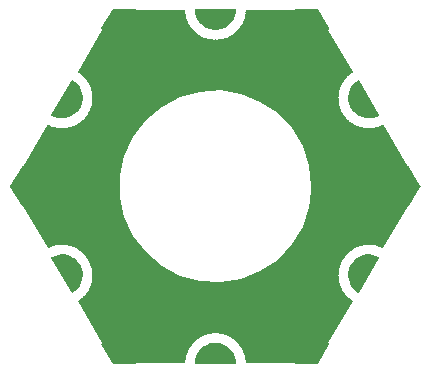
<source format=gbr>
G04 EAGLE Gerber X2 export*
%TF.Part,Single*%
%TF.FileFunction,Copper,L1,Top,Mixed*%
%TF.FilePolarity,Positive*%
%TF.GenerationSoftware,Autodesk,EAGLE,8.7.1*%
%TF.CreationDate,2018-07-15T20:11:00Z*%
G75*
%MOMM*%
%FSLAX34Y34*%
%LPD*%
%AMOC8*
5,1,8,0,0,1.08239X$1,22.5*%
G01*
%ADD10C,1.000000*%

G36*
X278630Y195708D02*
X278630Y195708D01*
X278658Y195706D01*
X278726Y195728D01*
X278797Y195742D01*
X278820Y195758D01*
X278847Y195767D01*
X278902Y195814D01*
X278961Y195855D01*
X278976Y195879D01*
X278998Y195897D01*
X279029Y195962D01*
X279068Y196022D01*
X279073Y196050D01*
X279085Y196076D01*
X279094Y196177D01*
X279101Y196219D01*
X279099Y196229D01*
X279100Y196242D01*
X279043Y196957D01*
X320561Y196957D01*
X320573Y196967D01*
X320572Y196968D01*
X320573Y196969D01*
X320573Y197918D01*
X320713Y198257D01*
X320713Y198259D01*
X320714Y198260D01*
X320753Y198729D01*
X320752Y198731D01*
X320753Y198732D01*
X320648Y199454D01*
X320893Y200424D01*
X320893Y200426D01*
X320894Y200426D01*
X320976Y201423D01*
X321310Y202072D01*
X321310Y202074D01*
X321311Y202075D01*
X321516Y202884D01*
X321515Y202886D01*
X321517Y202887D01*
X321532Y203616D01*
X321934Y204532D01*
X321933Y204534D01*
X321934Y204534D01*
X322180Y205504D01*
X322616Y206089D01*
X322616Y206091D01*
X322617Y206091D01*
X322953Y206856D01*
X322952Y206858D01*
X322954Y206858D01*
X323089Y207576D01*
X323636Y208413D01*
X323636Y208415D01*
X323637Y208415D01*
X324038Y209331D01*
X324565Y209836D01*
X324565Y209838D01*
X324567Y209838D01*
X325023Y210537D01*
X325023Y210539D01*
X325025Y210540D01*
X325276Y211225D01*
X325953Y211961D01*
X325953Y211962D01*
X325955Y211962D01*
X326502Y212800D01*
X327104Y213212D01*
X327105Y213214D01*
X327106Y213213D01*
X327672Y213828D01*
X327672Y213829D01*
X327673Y213830D01*
X328034Y214464D01*
X328823Y215079D01*
X328824Y215080D01*
X328825Y215080D01*
X329502Y215816D01*
X330164Y216123D01*
X330165Y216125D01*
X330167Y216124D01*
X330826Y216637D01*
X330826Y216639D01*
X330827Y216639D01*
X331288Y217206D01*
X332167Y217682D01*
X332168Y217683D01*
X332169Y217683D01*
X332958Y218297D01*
X333662Y218491D01*
X333663Y218493D01*
X333665Y218492D01*
X334399Y218889D01*
X334399Y218891D01*
X334401Y218891D01*
X334948Y219374D01*
X335894Y219699D01*
X335895Y219700D01*
X335896Y219700D01*
X336776Y220176D01*
X337502Y220251D01*
X337503Y220252D01*
X337505Y220252D01*
X338294Y220523D01*
X338295Y220524D01*
X338296Y220524D01*
X338916Y220910D01*
X339902Y221075D01*
X339903Y221076D01*
X339904Y221075D01*
X340850Y221400D01*
X341579Y221355D01*
X341580Y221356D01*
X341582Y221355D01*
X342405Y221493D01*
X342406Y221494D01*
X342408Y221493D01*
X343082Y221773D01*
X344082Y221773D01*
X344083Y221774D01*
X344084Y221773D01*
X345071Y221937D01*
X345782Y221773D01*
X345784Y221774D01*
X345785Y221773D01*
X346619Y221773D01*
X346621Y221774D01*
X346622Y221773D01*
X347333Y221937D01*
X348320Y221773D01*
X348321Y221774D01*
X348322Y221773D01*
X349322Y221773D01*
X349996Y221493D01*
X349998Y221494D01*
X349999Y221493D01*
X350822Y221355D01*
X350824Y221356D01*
X350825Y221355D01*
X351554Y221400D01*
X352500Y221075D01*
X352501Y221076D01*
X352502Y221075D01*
X353488Y220910D01*
X354108Y220524D01*
X354109Y220524D01*
X354110Y220523D01*
X354899Y220252D01*
X354901Y220252D01*
X354902Y220251D01*
X355628Y220176D01*
X356508Y219700D01*
X356509Y219700D01*
X356510Y219699D01*
X357456Y219374D01*
X358003Y218891D01*
X358005Y218891D01*
X358005Y218889D01*
X358739Y218492D01*
X358741Y218492D01*
X358742Y218491D01*
X359446Y218297D01*
X360235Y217683D01*
X360236Y217683D01*
X360237Y217682D01*
X361116Y217206D01*
X361577Y216639D01*
X361578Y216639D01*
X361578Y216637D01*
X362237Y216124D01*
X362239Y216125D01*
X362240Y216123D01*
X362902Y215816D01*
X363579Y215080D01*
X363581Y215080D01*
X363581Y215079D01*
X364370Y214464D01*
X364731Y213830D01*
X364732Y213829D01*
X364732Y213828D01*
X365298Y213213D01*
X365299Y213213D01*
X365300Y213212D01*
X365902Y212800D01*
X366449Y211962D01*
X366451Y211962D01*
X366451Y211961D01*
X367128Y211225D01*
X367379Y210540D01*
X367381Y210539D01*
X367381Y210537D01*
X367837Y209838D01*
X367839Y209838D01*
X367839Y209836D01*
X368366Y209331D01*
X368767Y208415D01*
X368769Y208414D01*
X368768Y208413D01*
X369315Y207576D01*
X369450Y206858D01*
X369452Y206857D01*
X369451Y206856D01*
X369787Y206091D01*
X369788Y206091D01*
X369788Y206089D01*
X370224Y205504D01*
X370470Y204534D01*
X370471Y204533D01*
X370470Y204532D01*
X370872Y203616D01*
X370887Y202887D01*
X370889Y202885D01*
X370888Y202884D01*
X371093Y202075D01*
X371094Y202073D01*
X371094Y202072D01*
X371428Y201423D01*
X371510Y200426D01*
X371511Y200425D01*
X371511Y200424D01*
X371756Y199454D01*
X371651Y198732D01*
X371652Y198731D01*
X371651Y198729D01*
X371690Y198260D01*
X371692Y198258D01*
X371691Y198257D01*
X371831Y197918D01*
X371831Y196969D01*
X371841Y196957D01*
X371842Y196958D01*
X371843Y196957D01*
X413361Y196957D01*
X413304Y196242D01*
X413308Y196213D01*
X413303Y196185D01*
X413320Y196116D01*
X413328Y196044D01*
X413343Y196020D01*
X413349Y195992D01*
X413392Y195934D01*
X413428Y195872D01*
X413450Y195855D01*
X413467Y195832D01*
X413529Y195795D01*
X413586Y195752D01*
X413614Y195745D01*
X413638Y195730D01*
X413738Y195714D01*
X413779Y195703D01*
X413789Y195705D01*
X413802Y195703D01*
X432802Y195703D01*
X432878Y195718D01*
X432956Y195727D01*
X432975Y195738D01*
X432997Y195742D01*
X433061Y195786D01*
X433129Y195825D01*
X433145Y195844D01*
X433161Y195855D01*
X433185Y195893D01*
X433235Y195953D01*
X442735Y212453D01*
X442744Y212480D01*
X442760Y212504D01*
X442775Y212574D01*
X442798Y212642D01*
X442795Y212670D01*
X442801Y212698D01*
X442788Y212769D01*
X442782Y212840D01*
X442769Y212865D01*
X442763Y212893D01*
X442723Y212953D01*
X442690Y213016D01*
X442668Y213034D01*
X442652Y213058D01*
X442569Y213116D01*
X442537Y213143D01*
X442526Y213146D01*
X442516Y213153D01*
X441888Y213450D01*
X462638Y249391D01*
X462637Y249396D01*
X462638Y249397D01*
X462637Y249398D01*
X462635Y249407D01*
X462634Y249406D01*
X462634Y249407D01*
X461797Y249891D01*
X461574Y250182D01*
X461572Y250182D01*
X461572Y250184D01*
X461187Y250451D01*
X461185Y250451D01*
X461185Y250453D01*
X460507Y250723D01*
X459790Y251421D01*
X459789Y251421D01*
X459789Y251422D01*
X458967Y251993D01*
X458573Y252607D01*
X458571Y252607D01*
X458571Y252609D01*
X457975Y253189D01*
X457973Y253189D01*
X457973Y253191D01*
X457349Y253569D01*
X456757Y254376D01*
X456756Y254376D01*
X456756Y254377D01*
X456039Y255075D01*
X455751Y255746D01*
X455749Y255747D01*
X455750Y255748D01*
X455258Y256418D01*
X455256Y256419D01*
X455256Y256420D01*
X454702Y256896D01*
X454251Y257789D01*
X454250Y257790D01*
X454250Y257791D01*
X453658Y258597D01*
X453485Y259306D01*
X453483Y259307D01*
X453484Y259309D01*
X453109Y260051D01*
X453107Y260052D01*
X453107Y260053D01*
X452640Y260614D01*
X452342Y261569D01*
X452341Y261569D01*
X452341Y261570D01*
X451890Y262463D01*
X451835Y263191D01*
X451834Y263193D01*
X451834Y263194D01*
X451587Y263988D01*
X451585Y263989D01*
X451586Y263990D01*
X451217Y264620D01*
X451080Y265611D01*
X451079Y265612D01*
X451080Y265613D01*
X450782Y266568D01*
X450847Y267295D01*
X450846Y267296D01*
X450847Y267297D01*
X450734Y268121D01*
X450732Y268122D01*
X450733Y268124D01*
X450473Y268806D01*
X450501Y269806D01*
X450500Y269807D01*
X450501Y269807D01*
X450364Y270798D01*
X450549Y271505D01*
X450548Y271506D01*
X450549Y271507D01*
X450573Y272339D01*
X450571Y272340D01*
X450572Y272341D01*
X450428Y273057D01*
X450620Y274038D01*
X450620Y274040D01*
X450621Y274040D01*
X450649Y275040D01*
X450947Y275706D01*
X450947Y275708D01*
X450948Y275709D01*
X451108Y276525D01*
X451107Y276527D01*
X451108Y276528D01*
X451083Y277257D01*
X451435Y278194D01*
X451434Y278195D01*
X451435Y278196D01*
X451628Y279177D01*
X452032Y279785D01*
X452031Y279787D01*
X452033Y279788D01*
X452325Y280566D01*
X452324Y280568D01*
X452326Y280569D01*
X452328Y280589D01*
X452342Y280697D01*
X452346Y280721D01*
X452360Y280828D01*
X452363Y280852D01*
X452374Y280935D01*
X452374Y280936D01*
X452377Y280959D01*
X452380Y280983D01*
X452391Y281067D01*
X452395Y281091D01*
X452398Y281115D01*
X452409Y281198D01*
X452412Y281222D01*
X452421Y281293D01*
X452922Y282159D01*
X452922Y282160D01*
X452923Y282160D01*
X453274Y283097D01*
X453773Y283630D01*
X453773Y283632D01*
X453774Y283632D01*
X454190Y284352D01*
X454190Y284354D01*
X454192Y284355D01*
X454405Y285053D01*
X455042Y285824D01*
X455042Y285826D01*
X455043Y285826D01*
X455543Y286692D01*
X456123Y287136D01*
X456123Y287138D01*
X456125Y287138D01*
X456654Y287779D01*
X456654Y287781D01*
X456655Y287782D01*
X456981Y288435D01*
X457736Y289091D01*
X457736Y289093D01*
X457737Y289093D01*
X458373Y289865D01*
X459018Y290207D01*
X459019Y290209D01*
X459020Y290209D01*
X459648Y290754D01*
X459648Y290756D01*
X459649Y290756D01*
X460078Y291347D01*
X460931Y291870D01*
X460931Y291872D01*
X460932Y291872D01*
X461687Y292528D01*
X462379Y292760D01*
X462380Y292761D01*
X462382Y292761D01*
X463090Y293196D01*
X463091Y293198D01*
X463092Y293198D01*
X463612Y293710D01*
X464539Y294086D01*
X464540Y294087D01*
X464541Y294087D01*
X465394Y294610D01*
X466115Y294725D01*
X466116Y294726D01*
X466117Y294725D01*
X466888Y295038D01*
X466889Y295039D01*
X466890Y295039D01*
X467487Y295459D01*
X468464Y295677D01*
X468464Y295678D01*
X468465Y295677D01*
X469393Y296053D01*
X470123Y296048D01*
X470124Y296049D01*
X470125Y296048D01*
X470937Y296229D01*
X470938Y296231D01*
X470939Y296230D01*
X471597Y296546D01*
X472596Y296600D01*
X472597Y296601D01*
X472598Y296600D01*
X473574Y296819D01*
X474293Y296693D01*
X474295Y296694D01*
X474296Y296693D01*
X475126Y296738D01*
X475128Y296739D01*
X475129Y296739D01*
X475830Y296941D01*
X476824Y296831D01*
X476826Y296832D01*
X476826Y296831D01*
X477825Y296885D01*
X478514Y296643D01*
X478515Y296644D01*
X478516Y296642D01*
X479343Y296550D01*
X479344Y296551D01*
X479345Y296551D01*
X479346Y296550D01*
X480071Y296635D01*
X481033Y296362D01*
X481034Y296363D01*
X481035Y296362D01*
X482029Y296251D01*
X482668Y295899D01*
X482670Y295899D01*
X482671Y295898D01*
X483471Y295671D01*
X483473Y295672D01*
X483474Y295671D01*
X484202Y295635D01*
X485107Y295208D01*
X485108Y295208D01*
X485109Y295207D01*
X486071Y294934D01*
X486644Y294481D01*
X486646Y294481D01*
X486646Y294480D01*
X487069Y294280D01*
X487071Y294281D01*
X487072Y294279D01*
X487435Y294231D01*
X488243Y293764D01*
X488258Y293767D01*
X488258Y293768D01*
X488259Y293769D01*
X509010Y329711D01*
X509618Y329291D01*
X509645Y329280D01*
X509667Y329261D01*
X509736Y329241D01*
X509801Y329213D01*
X509830Y329213D01*
X509858Y329205D01*
X509929Y329213D01*
X510000Y329213D01*
X510027Y329224D01*
X510056Y329227D01*
X510118Y329262D01*
X510183Y329290D01*
X510204Y329310D01*
X510229Y329325D01*
X510292Y329402D01*
X510322Y329432D01*
X510326Y329442D01*
X510335Y329453D01*
X519835Y345953D01*
X519845Y345985D01*
X519854Y345998D01*
X519858Y346022D01*
X519859Y346026D01*
X519890Y346096D01*
X519890Y346120D01*
X519898Y346142D01*
X519892Y346218D01*
X519893Y346295D01*
X519883Y346319D01*
X519882Y346340D01*
X519861Y346379D01*
X519835Y346451D01*
X510335Y362951D01*
X510316Y362973D01*
X510303Y362999D01*
X510250Y363047D01*
X510203Y363100D01*
X510177Y363113D01*
X510156Y363132D01*
X510088Y363155D01*
X510024Y363186D01*
X509995Y363188D01*
X509968Y363197D01*
X509896Y363192D01*
X509825Y363195D01*
X509798Y363185D01*
X509769Y363183D01*
X509679Y363141D01*
X509639Y363126D01*
X509631Y363119D01*
X509618Y363113D01*
X509010Y362693D01*
X488259Y398635D01*
X488251Y398638D01*
X488249Y398641D01*
X488248Y398641D01*
X488246Y398640D01*
X488244Y398640D01*
X488244Y398639D01*
X488243Y398640D01*
X487435Y398173D01*
X487072Y398125D01*
X487071Y398123D01*
X487069Y398124D01*
X486646Y397924D01*
X486645Y397922D01*
X486644Y397923D01*
X486071Y397470D01*
X485109Y397197D01*
X485108Y397196D01*
X485107Y397196D01*
X484202Y396769D01*
X484156Y396767D01*
X483912Y396755D01*
X483668Y396743D01*
X483473Y396733D01*
X483472Y396732D01*
X483471Y396733D01*
X482671Y396506D01*
X482670Y396504D01*
X482668Y396505D01*
X482029Y396153D01*
X481035Y396042D01*
X481034Y396041D01*
X481033Y396042D01*
X480071Y395769D01*
X479346Y395854D01*
X479344Y395853D01*
X479343Y395854D01*
X478516Y395762D01*
X478515Y395760D01*
X478514Y395761D01*
X477825Y395519D01*
X476826Y395573D01*
X476825Y395573D01*
X476824Y395573D01*
X475830Y395463D01*
X475129Y395666D01*
X475127Y395665D01*
X475126Y395666D01*
X474296Y395711D01*
X474295Y395710D01*
X474293Y395711D01*
X473574Y395585D01*
X472598Y395804D01*
X472597Y395803D01*
X472596Y395804D01*
X471597Y395858D01*
X470939Y396174D01*
X470937Y396173D01*
X470937Y396175D01*
X470125Y396356D01*
X470124Y396355D01*
X470123Y396356D01*
X469393Y396351D01*
X468465Y396727D01*
X468464Y396726D01*
X468464Y396727D01*
X467487Y396945D01*
X466890Y397365D01*
X466888Y397365D01*
X466888Y397366D01*
X466117Y397679D01*
X466115Y397678D01*
X466115Y397679D01*
X465394Y397794D01*
X464541Y398317D01*
X464540Y398317D01*
X464539Y398318D01*
X463612Y398694D01*
X463092Y399206D01*
X463091Y399206D01*
X463090Y399208D01*
X462382Y399643D01*
X462380Y399643D01*
X462379Y399644D01*
X461687Y399876D01*
X460932Y400532D01*
X460931Y400532D01*
X460931Y400534D01*
X460078Y401057D01*
X459649Y401648D01*
X459648Y401648D01*
X459648Y401650D01*
X459020Y402195D01*
X459018Y402195D01*
X459018Y402197D01*
X458373Y402539D01*
X457737Y403311D01*
X457736Y403311D01*
X457736Y403313D01*
X456981Y403969D01*
X456655Y404622D01*
X456654Y404623D01*
X456654Y404625D01*
X456125Y405266D01*
X456123Y405266D01*
X456123Y405268D01*
X455543Y405712D01*
X455043Y406578D01*
X455041Y406578D01*
X455042Y406580D01*
X454405Y407351D01*
X454192Y408049D01*
X454190Y408050D01*
X454191Y408052D01*
X453774Y408772D01*
X453772Y408772D01*
X453773Y408774D01*
X453274Y409307D01*
X452923Y410244D01*
X452922Y410244D01*
X452922Y410245D01*
X452421Y411111D01*
X452326Y411835D01*
X452324Y411836D01*
X452325Y411838D01*
X452033Y412616D01*
X452031Y412617D01*
X452032Y412619D01*
X451628Y413227D01*
X451435Y414208D01*
X451434Y414209D01*
X451435Y414210D01*
X451083Y415147D01*
X451108Y415876D01*
X451108Y415877D01*
X451107Y415878D01*
X451108Y415879D01*
X450948Y416695D01*
X450946Y416696D01*
X450947Y416698D01*
X450649Y417364D01*
X450621Y418364D01*
X450620Y418365D01*
X450620Y418366D01*
X450428Y419347D01*
X450572Y420063D01*
X450571Y420064D01*
X450573Y420065D01*
X450549Y420897D01*
X450548Y420898D01*
X450549Y420899D01*
X450364Y421606D01*
X450501Y422597D01*
X450500Y422597D01*
X450501Y422598D01*
X450473Y423598D01*
X450733Y424280D01*
X450733Y424281D01*
X450732Y424282D01*
X450734Y424283D01*
X450847Y425107D01*
X450846Y425108D01*
X450847Y425109D01*
X450782Y425836D01*
X451080Y426791D01*
X451079Y426792D01*
X451080Y426793D01*
X451217Y427784D01*
X451586Y428414D01*
X451585Y428416D01*
X451587Y428416D01*
X451835Y429210D01*
X451834Y429211D01*
X451835Y429211D01*
X451834Y429212D01*
X451835Y429213D01*
X451890Y429941D01*
X452341Y430834D01*
X452341Y430835D01*
X452342Y430835D01*
X452640Y431790D01*
X453107Y432351D01*
X453107Y432353D01*
X453109Y432353D01*
X453484Y433095D01*
X453483Y433097D01*
X453485Y433098D01*
X453658Y433807D01*
X454250Y434613D01*
X454250Y434615D01*
X454251Y434615D01*
X454702Y435508D01*
X455256Y435984D01*
X455256Y435985D01*
X455258Y435986D01*
X455750Y436656D01*
X455749Y436658D01*
X455751Y436658D01*
X456039Y437329D01*
X456756Y438027D01*
X456756Y438028D01*
X456757Y438028D01*
X457349Y438835D01*
X457973Y439213D01*
X457974Y439215D01*
X457975Y439215D01*
X458571Y439795D01*
X458571Y439797D01*
X458573Y439797D01*
X458967Y440411D01*
X459789Y440982D01*
X459789Y440983D01*
X459790Y440983D01*
X460507Y441681D01*
X461185Y441951D01*
X461186Y441953D01*
X461187Y441953D01*
X461572Y442220D01*
X461572Y442222D01*
X461574Y442222D01*
X461797Y442513D01*
X462634Y442997D01*
X462639Y443012D01*
X462638Y443012D01*
X462638Y443013D01*
X441888Y478954D01*
X442516Y479251D01*
X442538Y479268D01*
X442565Y479278D01*
X442617Y479327D01*
X442675Y479370D01*
X442689Y479395D01*
X442710Y479414D01*
X442739Y479480D01*
X442775Y479542D01*
X442778Y479570D01*
X442790Y479596D01*
X442791Y479668D01*
X442800Y479739D01*
X442792Y479766D01*
X442793Y479795D01*
X442757Y479890D01*
X442746Y479930D01*
X442739Y479939D01*
X442735Y479951D01*
X433235Y496451D01*
X433183Y496510D01*
X433137Y496572D01*
X433118Y496583D01*
X433103Y496600D01*
X433033Y496634D01*
X432966Y496674D01*
X432942Y496678D01*
X432924Y496686D01*
X432879Y496688D01*
X432802Y496701D01*
X413802Y496701D01*
X413774Y496696D01*
X413746Y496698D01*
X413678Y496676D01*
X413607Y496662D01*
X413584Y496646D01*
X413557Y496637D01*
X413502Y496590D01*
X413443Y496549D01*
X413428Y496525D01*
X413407Y496507D01*
X413375Y496442D01*
X413336Y496382D01*
X413331Y496354D01*
X413319Y496328D01*
X413310Y496227D01*
X413303Y496185D01*
X413305Y496175D01*
X413304Y496162D01*
X413361Y495447D01*
X371843Y495447D01*
X371831Y495437D01*
X371832Y495436D01*
X371831Y495435D01*
X371831Y494486D01*
X371691Y494147D01*
X371691Y494145D01*
X371690Y494144D01*
X371651Y493675D01*
X371652Y493673D01*
X371651Y493672D01*
X371756Y492950D01*
X371511Y491980D01*
X371511Y491978D01*
X371510Y491978D01*
X371428Y490981D01*
X371094Y490332D01*
X371094Y490330D01*
X371093Y490329D01*
X370888Y489520D01*
X370889Y489518D01*
X370887Y489517D01*
X370872Y488788D01*
X370470Y487872D01*
X370471Y487870D01*
X370470Y487870D01*
X370224Y486900D01*
X369788Y486315D01*
X369788Y486313D01*
X369787Y486313D01*
X369451Y485548D01*
X369452Y485547D01*
X369451Y485547D01*
X369452Y485547D01*
X369452Y485546D01*
X369450Y485546D01*
X369315Y484828D01*
X368768Y483991D01*
X368768Y483989D01*
X368767Y483989D01*
X368366Y483073D01*
X367839Y482568D01*
X367839Y482566D01*
X367837Y482566D01*
X367381Y481867D01*
X367381Y481865D01*
X367379Y481864D01*
X367128Y481179D01*
X366451Y480443D01*
X366451Y480442D01*
X366449Y480442D01*
X365902Y479604D01*
X365300Y479192D01*
X365299Y479190D01*
X365298Y479190D01*
X364732Y478576D01*
X364732Y478575D01*
X364731Y478574D01*
X364370Y477940D01*
X363581Y477325D01*
X363580Y477324D01*
X363579Y477324D01*
X362902Y476588D01*
X362240Y476281D01*
X362239Y476279D01*
X362237Y476280D01*
X361578Y475767D01*
X361578Y475765D01*
X361577Y475765D01*
X361116Y475198D01*
X360237Y474722D01*
X360236Y474721D01*
X360235Y474721D01*
X359446Y474107D01*
X358742Y473913D01*
X358741Y473911D01*
X358739Y473912D01*
X358005Y473515D01*
X358005Y473513D01*
X358003Y473513D01*
X357456Y473030D01*
X356510Y472705D01*
X356509Y472704D01*
X356508Y472704D01*
X355628Y472228D01*
X354902Y472153D01*
X354901Y472152D01*
X354900Y472152D01*
X354899Y472152D01*
X354110Y471881D01*
X354109Y471880D01*
X354108Y471880D01*
X353488Y471494D01*
X352502Y471329D01*
X352501Y471328D01*
X352500Y471329D01*
X351554Y471004D01*
X350825Y471049D01*
X350824Y471048D01*
X350822Y471049D01*
X349999Y470911D01*
X349998Y470910D01*
X349996Y470911D01*
X349322Y470631D01*
X348322Y470631D01*
X348321Y470630D01*
X348320Y470631D01*
X347333Y470467D01*
X346622Y470631D01*
X346620Y470630D01*
X346619Y470631D01*
X345785Y470631D01*
X345783Y470630D01*
X345782Y470631D01*
X345071Y470467D01*
X344084Y470631D01*
X344083Y470630D01*
X344082Y470631D01*
X343082Y470631D01*
X342408Y470911D01*
X342406Y470910D01*
X342405Y470911D01*
X341582Y471049D01*
X341580Y471048D01*
X341579Y471049D01*
X340850Y471004D01*
X339904Y471329D01*
X339903Y471328D01*
X339902Y471329D01*
X338916Y471494D01*
X338296Y471880D01*
X338295Y471880D01*
X338294Y471881D01*
X337505Y472152D01*
X337504Y472152D01*
X337503Y472152D01*
X337502Y472153D01*
X336776Y472228D01*
X335896Y472704D01*
X335895Y472704D01*
X335894Y472705D01*
X334948Y473030D01*
X334401Y473513D01*
X334399Y473513D01*
X334399Y473515D01*
X333665Y473912D01*
X333663Y473912D01*
X333662Y473913D01*
X332958Y474107D01*
X332169Y474721D01*
X332168Y474721D01*
X332167Y474722D01*
X331288Y475198D01*
X330827Y475765D01*
X330826Y475765D01*
X330826Y475767D01*
X330167Y476280D01*
X330165Y476279D01*
X330164Y476281D01*
X329502Y476588D01*
X328825Y477324D01*
X328823Y477324D01*
X328823Y477325D01*
X328034Y477940D01*
X327673Y478574D01*
X327672Y478575D01*
X327672Y478576D01*
X327106Y479191D01*
X327105Y479191D01*
X327104Y479192D01*
X326502Y479604D01*
X325955Y480442D01*
X325953Y480442D01*
X325953Y480443D01*
X325276Y481179D01*
X325025Y481864D01*
X325023Y481865D01*
X325023Y481867D01*
X324567Y482566D01*
X324565Y482566D01*
X324565Y482568D01*
X324038Y483073D01*
X323637Y483989D01*
X323635Y483990D01*
X323636Y483991D01*
X323089Y484828D01*
X322954Y485546D01*
X322952Y485547D01*
X322953Y485548D01*
X322617Y486313D01*
X322616Y486313D01*
X322616Y486315D01*
X322180Y486900D01*
X321934Y487870D01*
X321933Y487871D01*
X321934Y487872D01*
X321532Y488788D01*
X321517Y489517D01*
X321515Y489519D01*
X321516Y489520D01*
X321311Y490329D01*
X321310Y490331D01*
X321310Y490332D01*
X320976Y490981D01*
X320894Y491978D01*
X320893Y491979D01*
X320893Y491980D01*
X320648Y492950D01*
X320753Y493672D01*
X320752Y493673D01*
X320753Y493674D01*
X320753Y493675D01*
X320714Y494144D01*
X320712Y494146D01*
X320713Y494147D01*
X320573Y494486D01*
X320573Y495435D01*
X320563Y495447D01*
X320562Y495446D01*
X320561Y495447D01*
X279043Y495447D01*
X279100Y496162D01*
X279096Y496191D01*
X279101Y496219D01*
X279084Y496288D01*
X279076Y496360D01*
X279062Y496384D01*
X279055Y496412D01*
X279012Y496470D01*
X278977Y496532D01*
X278954Y496549D01*
X278937Y496572D01*
X278875Y496609D01*
X278818Y496652D01*
X278790Y496659D01*
X278766Y496674D01*
X278666Y496690D01*
X278625Y496701D01*
X278615Y496699D01*
X278602Y496701D01*
X259602Y496701D01*
X259526Y496686D01*
X259448Y496677D01*
X259429Y496666D01*
X259407Y496662D01*
X259343Y496618D01*
X259275Y496579D01*
X259259Y496560D01*
X259243Y496549D01*
X259219Y496511D01*
X259169Y496451D01*
X249669Y479951D01*
X249660Y479924D01*
X249644Y479900D01*
X249629Y479830D01*
X249606Y479762D01*
X249609Y479734D01*
X249603Y479706D01*
X249617Y479636D01*
X249622Y479564D01*
X249635Y479539D01*
X249641Y479511D01*
X249681Y479451D01*
X249714Y479388D01*
X249736Y479370D01*
X249752Y479346D01*
X249835Y479288D01*
X249867Y479261D01*
X249878Y479258D01*
X249889Y479251D01*
X250516Y478954D01*
X229766Y443013D01*
X229769Y442998D01*
X229770Y442998D01*
X229770Y442997D01*
X230607Y442513D01*
X230830Y442222D01*
X230832Y442222D01*
X230832Y442220D01*
X231217Y441953D01*
X231219Y441953D01*
X231219Y441951D01*
X231897Y441681D01*
X232614Y440983D01*
X232615Y440983D01*
X232615Y440982D01*
X233437Y440411D01*
X233831Y439797D01*
X233833Y439797D01*
X233833Y439795D01*
X234429Y439215D01*
X234431Y439215D01*
X234431Y439213D01*
X235055Y438835D01*
X235647Y438028D01*
X235648Y438028D01*
X235648Y438027D01*
X236365Y437329D01*
X236653Y436658D01*
X236655Y436657D01*
X236654Y436656D01*
X237146Y435986D01*
X237148Y435985D01*
X237148Y435984D01*
X237702Y435508D01*
X238153Y434615D01*
X238154Y434614D01*
X238154Y434613D01*
X238746Y433807D01*
X238919Y433098D01*
X238921Y433097D01*
X238920Y433095D01*
X239295Y432353D01*
X239297Y432352D01*
X239297Y432351D01*
X239764Y431790D01*
X240062Y430835D01*
X240063Y430835D01*
X240063Y430834D01*
X240514Y429941D01*
X240569Y429213D01*
X240570Y429211D01*
X240569Y429210D01*
X240817Y428416D01*
X240819Y428415D01*
X240818Y428414D01*
X241187Y427784D01*
X241324Y426793D01*
X241325Y426792D01*
X241324Y426791D01*
X241622Y425836D01*
X241557Y425109D01*
X241557Y425108D01*
X241557Y425107D01*
X241670Y424283D01*
X241672Y424282D01*
X241671Y424280D01*
X241931Y423598D01*
X241903Y422598D01*
X241904Y422597D01*
X241903Y422597D01*
X242040Y421606D01*
X241855Y420899D01*
X241856Y420898D01*
X241855Y420897D01*
X241831Y420065D01*
X241833Y420064D01*
X241832Y420063D01*
X241976Y419347D01*
X241784Y418366D01*
X241784Y418364D01*
X241783Y418364D01*
X241755Y417364D01*
X241457Y416698D01*
X241457Y416696D01*
X241456Y416695D01*
X241296Y415879D01*
X241297Y415877D01*
X241296Y415876D01*
X241321Y415147D01*
X240969Y414210D01*
X240970Y414209D01*
X240969Y414209D01*
X240969Y414208D01*
X240776Y413227D01*
X240372Y412619D01*
X240373Y412617D01*
X240371Y412616D01*
X240079Y411838D01*
X240080Y411836D01*
X240078Y411835D01*
X240069Y411762D01*
X240066Y411738D01*
X240051Y411630D01*
X240048Y411606D01*
X240034Y411499D01*
X240031Y411475D01*
X240017Y411368D01*
X240013Y411344D01*
X239999Y411236D01*
X239996Y411212D01*
X239983Y411111D01*
X239482Y410245D01*
X239482Y410244D01*
X239481Y410244D01*
X239130Y409307D01*
X238631Y408774D01*
X238631Y408772D01*
X238630Y408772D01*
X238214Y408052D01*
X238214Y408050D01*
X238212Y408049D01*
X237999Y407351D01*
X237362Y406580D01*
X237362Y406578D01*
X237361Y406578D01*
X236861Y405712D01*
X236281Y405268D01*
X236281Y405266D01*
X236279Y405266D01*
X235750Y404625D01*
X235750Y404623D01*
X235749Y404622D01*
X235423Y403969D01*
X234668Y403313D01*
X234668Y403311D01*
X234667Y403311D01*
X234031Y402539D01*
X233386Y402197D01*
X233385Y402195D01*
X233384Y402195D01*
X232756Y401650D01*
X232756Y401648D01*
X232755Y401648D01*
X232326Y401057D01*
X231473Y400534D01*
X231473Y400532D01*
X231472Y400532D01*
X230717Y399876D01*
X230025Y399644D01*
X230024Y399643D01*
X230022Y399643D01*
X229314Y399208D01*
X229313Y399206D01*
X229312Y399206D01*
X228792Y398694D01*
X227865Y398318D01*
X227864Y398317D01*
X227863Y398317D01*
X227010Y397794D01*
X226289Y397679D01*
X226288Y397678D01*
X226287Y397679D01*
X225516Y397366D01*
X225515Y397365D01*
X225514Y397365D01*
X224917Y396945D01*
X223940Y396727D01*
X223940Y396726D01*
X223939Y396727D01*
X223011Y396351D01*
X222281Y396356D01*
X222280Y396355D01*
X222279Y396356D01*
X221467Y396175D01*
X221466Y396173D01*
X221465Y396174D01*
X220807Y395858D01*
X219808Y395804D01*
X219807Y395803D01*
X219806Y395804D01*
X218830Y395585D01*
X218111Y395711D01*
X218109Y395710D01*
X218108Y395711D01*
X217278Y395666D01*
X217276Y395665D01*
X217275Y395665D01*
X216574Y395463D01*
X215580Y395573D01*
X215579Y395573D01*
X215578Y395573D01*
X214579Y395519D01*
X213890Y395761D01*
X213889Y395760D01*
X213888Y395762D01*
X213061Y395854D01*
X213060Y395853D01*
X213058Y395854D01*
X212333Y395769D01*
X211371Y396042D01*
X211370Y396041D01*
X211369Y396042D01*
X210375Y396153D01*
X209736Y396505D01*
X209734Y396505D01*
X209733Y396506D01*
X208933Y396733D01*
X208931Y396732D01*
X208930Y396733D01*
X208736Y396743D01*
X208492Y396755D01*
X208248Y396767D01*
X208202Y396769D01*
X207297Y397196D01*
X207296Y397196D01*
X207295Y397197D01*
X206333Y397470D01*
X205760Y397923D01*
X205758Y397923D01*
X205758Y397924D01*
X205335Y398124D01*
X205333Y398123D01*
X205332Y398125D01*
X204969Y398173D01*
X204161Y398640D01*
X204158Y398639D01*
X204156Y398641D01*
X204155Y398641D01*
X204152Y398638D01*
X204146Y398637D01*
X204146Y398636D01*
X204145Y398635D01*
X183394Y362693D01*
X182786Y363113D01*
X182759Y363124D01*
X182737Y363143D01*
X182668Y363163D01*
X182603Y363191D01*
X182574Y363191D01*
X182546Y363199D01*
X182475Y363191D01*
X182404Y363192D01*
X182377Y363180D01*
X182348Y363177D01*
X182286Y363142D01*
X182221Y363114D01*
X182200Y363094D01*
X182175Y363079D01*
X182112Y363002D01*
X182082Y362972D01*
X182078Y362962D01*
X182069Y362951D01*
X172569Y346451D01*
X172545Y346378D01*
X172514Y346308D01*
X172514Y346284D01*
X172506Y346262D01*
X172513Y346186D01*
X172512Y346109D01*
X172521Y346085D01*
X172522Y346064D01*
X172543Y346025D01*
X172562Y345973D01*
X172563Y345967D01*
X172565Y345965D01*
X172569Y345953D01*
X182069Y329453D01*
X182088Y329431D01*
X182101Y329405D01*
X182154Y329357D01*
X182201Y329304D01*
X182227Y329291D01*
X182249Y329272D01*
X182316Y329249D01*
X182380Y329218D01*
X182409Y329217D01*
X182436Y329207D01*
X182508Y329212D01*
X182579Y329209D01*
X182606Y329219D01*
X182635Y329221D01*
X182725Y329263D01*
X182765Y329278D01*
X182773Y329285D01*
X182786Y329291D01*
X183394Y329711D01*
X204145Y293769D01*
X204160Y293764D01*
X204160Y293765D01*
X204161Y293764D01*
X204969Y294231D01*
X205332Y294279D01*
X205333Y294281D01*
X205335Y294280D01*
X205758Y294480D01*
X205759Y294482D01*
X205760Y294481D01*
X206333Y294934D01*
X207295Y295207D01*
X207296Y295208D01*
X207297Y295208D01*
X208202Y295635D01*
X208930Y295671D01*
X208932Y295672D01*
X208933Y295671D01*
X209733Y295898D01*
X209734Y295900D01*
X209736Y295899D01*
X210375Y296251D01*
X211369Y296362D01*
X211370Y296363D01*
X211371Y296362D01*
X212333Y296635D01*
X213058Y296550D01*
X213060Y296551D01*
X213061Y296550D01*
X213888Y296642D01*
X213889Y296644D01*
X213890Y296643D01*
X214579Y296885D01*
X215578Y296831D01*
X215579Y296832D01*
X215580Y296831D01*
X216574Y296941D01*
X217275Y296738D01*
X217277Y296739D01*
X217278Y296738D01*
X218108Y296693D01*
X218109Y296694D01*
X218111Y296693D01*
X218830Y296819D01*
X219806Y296600D01*
X219807Y296601D01*
X219808Y296600D01*
X220807Y296546D01*
X221465Y296230D01*
X221467Y296231D01*
X221467Y296229D01*
X222279Y296048D01*
X222280Y296049D01*
X222281Y296048D01*
X223011Y296053D01*
X223939Y295677D01*
X223940Y295678D01*
X223940Y295677D01*
X224917Y295459D01*
X225514Y295039D01*
X225516Y295039D01*
X225516Y295038D01*
X226287Y294725D01*
X226289Y294726D01*
X226289Y294725D01*
X227010Y294610D01*
X227863Y294087D01*
X227864Y294087D01*
X227865Y294086D01*
X228792Y293710D01*
X229312Y293198D01*
X229313Y293198D01*
X229314Y293196D01*
X230022Y292761D01*
X230024Y292761D01*
X230025Y292760D01*
X230717Y292528D01*
X231472Y291872D01*
X231473Y291872D01*
X231473Y291870D01*
X232326Y291347D01*
X232755Y290756D01*
X232756Y290756D01*
X232756Y290754D01*
X233384Y290209D01*
X233386Y290209D01*
X233386Y290207D01*
X234031Y289865D01*
X234667Y289093D01*
X234668Y289093D01*
X234668Y289091D01*
X235423Y288435D01*
X235749Y287782D01*
X235750Y287781D01*
X235750Y287779D01*
X236279Y287138D01*
X236281Y287138D01*
X236281Y287136D01*
X236861Y286692D01*
X237361Y285826D01*
X237363Y285825D01*
X237363Y285824D01*
X237999Y285053D01*
X238212Y284355D01*
X238214Y284354D01*
X238213Y284352D01*
X238630Y283632D01*
X238632Y283632D01*
X238631Y283630D01*
X239130Y283097D01*
X239481Y282160D01*
X239482Y282160D01*
X239482Y282159D01*
X239983Y281293D01*
X240078Y280569D01*
X240080Y280568D01*
X240079Y280566D01*
X240371Y279788D01*
X240373Y279787D01*
X240372Y279785D01*
X240776Y279177D01*
X240969Y278196D01*
X240970Y278195D01*
X240969Y278194D01*
X241321Y277257D01*
X241296Y276528D01*
X241297Y276526D01*
X241296Y276525D01*
X241456Y275709D01*
X241458Y275708D01*
X241457Y275706D01*
X241755Y275040D01*
X241783Y274040D01*
X241784Y274039D01*
X241784Y274038D01*
X241976Y273057D01*
X241832Y272341D01*
X241833Y272340D01*
X241831Y272339D01*
X241855Y271507D01*
X241856Y271506D01*
X241855Y271505D01*
X242040Y270798D01*
X241903Y269807D01*
X241904Y269806D01*
X241903Y269806D01*
X241931Y268806D01*
X241671Y268124D01*
X241672Y268122D01*
X241670Y268121D01*
X241557Y267297D01*
X241558Y267296D01*
X241557Y267295D01*
X241622Y266568D01*
X241324Y265613D01*
X241325Y265612D01*
X241324Y265611D01*
X241187Y264620D01*
X240818Y263990D01*
X240819Y263988D01*
X240817Y263988D01*
X240569Y263194D01*
X240570Y263192D01*
X240569Y263191D01*
X240514Y262463D01*
X240063Y261570D01*
X240063Y261569D01*
X240062Y261569D01*
X239764Y260614D01*
X239297Y260053D01*
X239297Y260051D01*
X239295Y260051D01*
X238920Y259309D01*
X238921Y259307D01*
X238919Y259306D01*
X238746Y258597D01*
X238154Y257791D01*
X238154Y257789D01*
X238153Y257789D01*
X237702Y256896D01*
X237148Y256420D01*
X237148Y256419D01*
X237146Y256418D01*
X236654Y255748D01*
X236655Y255746D01*
X236653Y255746D01*
X236365Y255075D01*
X235648Y254377D01*
X235648Y254376D01*
X235647Y254376D01*
X235055Y253569D01*
X234431Y253191D01*
X234430Y253189D01*
X234429Y253189D01*
X233833Y252609D01*
X233833Y252607D01*
X233831Y252607D01*
X233437Y251993D01*
X232615Y251422D01*
X232615Y251421D01*
X232614Y251421D01*
X231897Y250723D01*
X231219Y250453D01*
X231218Y250451D01*
X231217Y250451D01*
X230832Y250184D01*
X230832Y250182D01*
X230830Y250182D01*
X230607Y249891D01*
X229770Y249407D01*
X229768Y249401D01*
X229766Y249400D01*
X229767Y249399D01*
X229765Y249392D01*
X229766Y249392D01*
X229766Y249391D01*
X250516Y213450D01*
X249889Y213153D01*
X249866Y213136D01*
X249839Y213126D01*
X249787Y213077D01*
X249729Y213034D01*
X249715Y213009D01*
X249694Y212990D01*
X249665Y212924D01*
X249629Y212862D01*
X249626Y212834D01*
X249614Y212808D01*
X249613Y212736D01*
X249604Y212665D01*
X249612Y212638D01*
X249612Y212609D01*
X249647Y212514D01*
X249658Y212474D01*
X249665Y212465D01*
X249669Y212453D01*
X259169Y195953D01*
X259221Y195895D01*
X259267Y195832D01*
X259286Y195821D01*
X259301Y195804D01*
X259371Y195770D01*
X259438Y195730D01*
X259463Y195726D01*
X259480Y195718D01*
X259525Y195716D01*
X259602Y195703D01*
X278602Y195703D01*
X278630Y195708D01*
G37*
%LPC*%
G36*
X333050Y265980D02*
X333050Y265980D01*
X316112Y270682D01*
X300581Y278916D01*
X287183Y290297D01*
X276545Y304291D01*
X269164Y320245D01*
X265385Y337413D01*
X265385Y354991D01*
X269164Y372159D01*
X276545Y388113D01*
X287183Y402107D01*
X300581Y413488D01*
X316112Y421722D01*
X333050Y426424D01*
X350603Y427376D01*
X367950Y424532D01*
X384280Y418026D01*
X398830Y408161D01*
X410919Y395399D01*
X419982Y380336D01*
X425595Y363678D01*
X427495Y346202D01*
X427495Y346201D01*
X427486Y346117D01*
X427484Y346093D01*
X427483Y346093D01*
X427484Y346093D01*
X427481Y346070D01*
X427481Y346069D01*
X427472Y345986D01*
X427469Y345962D01*
X427467Y345938D01*
X427458Y345855D01*
X427455Y345831D01*
X427452Y345807D01*
X427443Y345723D01*
X427441Y345699D01*
X427438Y345676D01*
X427429Y345592D01*
X427426Y345568D01*
X427424Y345544D01*
X427412Y345437D01*
X427410Y345413D01*
X427409Y345413D01*
X427410Y345413D01*
X427398Y345306D01*
X427398Y345305D01*
X427395Y345282D01*
X427393Y345258D01*
X427384Y345174D01*
X427381Y345150D01*
X427378Y345126D01*
X427369Y345043D01*
X427367Y345019D01*
X427364Y344995D01*
X427355Y344912D01*
X427352Y344888D01*
X427350Y344864D01*
X427341Y344780D01*
X427338Y344756D01*
X427336Y344733D01*
X427335Y344733D01*
X427335Y344732D01*
X427326Y344649D01*
X427324Y344625D01*
X427321Y344601D01*
X427312Y344518D01*
X427310Y344494D01*
X427307Y344470D01*
X427295Y344362D01*
X427293Y344339D01*
X427290Y344315D01*
X427281Y344231D01*
X427278Y344207D01*
X427276Y344183D01*
X427267Y344100D01*
X427264Y344076D01*
X427262Y344052D01*
X427261Y344052D01*
X427252Y343969D01*
X427252Y343968D01*
X427250Y343945D01*
X427247Y343921D01*
X427238Y343837D01*
X427236Y343813D01*
X427233Y343789D01*
X427224Y343706D01*
X427221Y343682D01*
X427219Y343658D01*
X427210Y343575D01*
X427207Y343551D01*
X427204Y343527D01*
X427195Y343443D01*
X427193Y343419D01*
X427190Y343396D01*
X427190Y343395D01*
X427178Y343288D01*
X427176Y343264D01*
X427173Y343240D01*
X427164Y343157D01*
X427162Y343133D01*
X427159Y343109D01*
X427150Y343025D01*
X427147Y343002D01*
X427145Y342978D01*
X427136Y342894D01*
X427133Y342870D01*
X427130Y342846D01*
X427121Y342763D01*
X427119Y342739D01*
X427116Y342715D01*
X427107Y342632D01*
X427107Y342631D01*
X427104Y342608D01*
X427102Y342584D01*
X427093Y342500D01*
X427090Y342476D01*
X427088Y342452D01*
X427078Y342369D01*
X427076Y342345D01*
X427073Y342321D01*
X427062Y342214D01*
X427059Y342190D01*
X427056Y342166D01*
X427047Y342082D01*
X427045Y342059D01*
X427045Y342058D01*
X427042Y342035D01*
X427033Y341951D01*
X427030Y341927D01*
X427028Y341903D01*
X427019Y341820D01*
X427016Y341796D01*
X427014Y341772D01*
X427004Y341688D01*
X427002Y341665D01*
X426999Y341641D01*
X426990Y341557D01*
X426988Y341533D01*
X426985Y341509D01*
X426976Y341426D01*
X426973Y341402D01*
X426971Y341378D01*
X426959Y341271D01*
X426956Y341247D01*
X426945Y341139D01*
X426942Y341115D01*
X426940Y341092D01*
X426930Y341008D01*
X426928Y340984D01*
X426925Y340960D01*
X426916Y340877D01*
X426914Y340853D01*
X426911Y340829D01*
X426902Y340745D01*
X426899Y340722D01*
X426899Y340721D01*
X426897Y340698D01*
X426888Y340614D01*
X426885Y340590D01*
X426882Y340566D01*
X426873Y340483D01*
X426871Y340459D01*
X426868Y340435D01*
X426859Y340351D01*
X426856Y340328D01*
X426854Y340304D01*
X426842Y340196D01*
X426840Y340172D01*
X426837Y340149D01*
X426837Y340148D01*
X426828Y340065D01*
X426825Y340041D01*
X426823Y340017D01*
X426814Y339934D01*
X426811Y339910D01*
X426808Y339886D01*
X426799Y339802D01*
X426797Y339778D01*
X426794Y339755D01*
X426785Y339671D01*
X426782Y339647D01*
X426780Y339623D01*
X426771Y339540D01*
X426768Y339516D01*
X426766Y339492D01*
X426756Y339408D01*
X426754Y339385D01*
X426754Y339384D01*
X426751Y339361D01*
X426742Y339277D01*
X426740Y339253D01*
X426737Y339229D01*
X426725Y339122D01*
X426723Y339098D01*
X426720Y339074D01*
X426711Y338991D01*
X426708Y338967D01*
X426706Y338943D01*
X426697Y338859D01*
X426694Y338835D01*
X426692Y338812D01*
X426692Y338811D01*
X426682Y338728D01*
X426680Y338704D01*
X426677Y338680D01*
X426668Y338597D01*
X426666Y338573D01*
X426663Y338549D01*
X426654Y338465D01*
X426651Y338441D01*
X426649Y338418D01*
X426640Y338334D01*
X426637Y338310D01*
X426634Y338286D01*
X426623Y338179D01*
X426620Y338155D01*
X426608Y338048D01*
X426608Y338047D01*
X426606Y338024D01*
X426603Y338000D01*
X426594Y337916D01*
X426592Y337892D01*
X426589Y337868D01*
X426580Y337785D01*
X426577Y337761D01*
X426575Y337737D01*
X426566Y337654D01*
X426563Y337630D01*
X426560Y337606D01*
X426551Y337522D01*
X426549Y337498D01*
X426546Y337475D01*
X426546Y337474D01*
X426537Y337391D01*
X426534Y337367D01*
X426532Y337343D01*
X426523Y337260D01*
X426520Y337236D01*
X426518Y337212D01*
X426506Y337104D01*
X426503Y337081D01*
X426492Y336973D01*
X426489Y336949D01*
X426486Y336925D01*
X426477Y336842D01*
X426475Y336818D01*
X426472Y336794D01*
X426463Y336711D01*
X426463Y336710D01*
X426460Y336687D01*
X426458Y336663D01*
X426449Y336579D01*
X426446Y336555D01*
X426444Y336531D01*
X426435Y336448D01*
X426434Y336448D01*
X426435Y336448D01*
X426432Y336424D01*
X426429Y336400D01*
X426420Y336317D01*
X426418Y336293D01*
X426415Y336269D01*
X426406Y336185D01*
X426403Y336161D01*
X426401Y336138D01*
X426401Y336137D01*
X426389Y336030D01*
X426386Y336006D01*
X426384Y335982D01*
X426375Y335899D01*
X426372Y335875D01*
X426370Y335851D01*
X426361Y335767D01*
X426360Y335767D01*
X426361Y335767D01*
X426358Y335744D01*
X426355Y335720D01*
X426346Y335636D01*
X426344Y335612D01*
X426341Y335588D01*
X426332Y335505D01*
X426329Y335481D01*
X426327Y335457D01*
X426318Y335374D01*
X426318Y335373D01*
X426315Y335350D01*
X426312Y335326D01*
X426303Y335242D01*
X426301Y335218D01*
X426298Y335194D01*
X426289Y335111D01*
X426287Y335087D01*
X426286Y335087D01*
X426287Y335087D01*
X426284Y335063D01*
X426272Y334956D01*
X426270Y334932D01*
X426267Y334908D01*
X426258Y334824D01*
X426255Y334801D01*
X426255Y334800D01*
X426253Y334777D01*
X426244Y334693D01*
X426241Y334669D01*
X426238Y334645D01*
X426229Y334562D01*
X426227Y334538D01*
X426224Y334514D01*
X426215Y334430D01*
X426213Y334407D01*
X426212Y334407D01*
X426213Y334407D01*
X426210Y334383D01*
X426201Y334299D01*
X426198Y334275D01*
X426196Y334251D01*
X426187Y334168D01*
X426184Y334144D01*
X426181Y334120D01*
X426170Y334013D01*
X426167Y333989D01*
X426155Y333881D01*
X426153Y333857D01*
X426150Y333834D01*
X426141Y333750D01*
X426139Y333726D01*
X426138Y333726D01*
X426139Y333726D01*
X426136Y333702D01*
X426127Y333619D01*
X426124Y333595D01*
X426122Y333571D01*
X426113Y333487D01*
X426110Y333464D01*
X426110Y333463D01*
X426107Y333440D01*
X426098Y333356D01*
X426096Y333332D01*
X426093Y333308D01*
X426084Y333225D01*
X426081Y333201D01*
X426079Y333177D01*
X426070Y333093D01*
X426067Y333070D01*
X426065Y333046D01*
X426064Y333046D01*
X426065Y333046D01*
X426053Y332938D01*
X426050Y332914D01*
X426039Y332807D01*
X426036Y332783D01*
X426033Y332759D01*
X426024Y332676D01*
X426022Y332652D01*
X426019Y332628D01*
X426010Y332544D01*
X426007Y332520D01*
X426005Y332497D01*
X425996Y332413D01*
X425993Y332389D01*
X425991Y332365D01*
X425990Y332365D01*
X425981Y332282D01*
X425979Y332258D01*
X425976Y332234D01*
X425967Y332150D01*
X425965Y332127D01*
X425965Y332126D01*
X425962Y332103D01*
X425953Y332019D01*
X425950Y331995D01*
X425948Y331971D01*
X425936Y331864D01*
X425933Y331840D01*
X425931Y331816D01*
X425922Y331733D01*
X425919Y331709D01*
X425917Y331685D01*
X425916Y331685D01*
X425907Y331601D01*
X425905Y331577D01*
X425902Y331554D01*
X425902Y331553D01*
X425893Y331470D01*
X425891Y331446D01*
X425888Y331422D01*
X425879Y331339D01*
X425876Y331315D01*
X425874Y331291D01*
X425865Y331207D01*
X425862Y331183D01*
X425859Y331160D01*
X425850Y331076D01*
X425848Y331052D01*
X425845Y331028D01*
X425836Y330945D01*
X425833Y330921D01*
X425831Y330897D01*
X425819Y330790D01*
X425819Y330789D01*
X425817Y330766D01*
X425814Y330742D01*
X425805Y330658D01*
X425802Y330634D01*
X425800Y330610D01*
X425791Y330527D01*
X425788Y330503D01*
X425785Y330479D01*
X425776Y330396D01*
X425774Y330372D01*
X425771Y330348D01*
X425762Y330264D01*
X425759Y330240D01*
X425757Y330217D01*
X425757Y330216D01*
X425748Y330133D01*
X425745Y330109D01*
X425743Y330085D01*
X425733Y330002D01*
X425731Y329978D01*
X425728Y329954D01*
X425717Y329846D01*
X425714Y329823D01*
X425702Y329715D01*
X425700Y329691D01*
X425697Y329667D01*
X425688Y329584D01*
X425685Y329560D01*
X425683Y329536D01*
X425674Y329453D01*
X425674Y329452D01*
X425671Y329429D01*
X425669Y329405D01*
X425659Y329321D01*
X425657Y329297D01*
X425654Y329273D01*
X425645Y329190D01*
X425643Y329166D01*
X425640Y329142D01*
X425631Y329059D01*
X425628Y329035D01*
X425626Y329011D01*
X425617Y328927D01*
X425614Y328903D01*
X425611Y328880D01*
X425611Y328879D01*
X425600Y328772D01*
X425597Y328748D01*
X425595Y328726D01*
X419982Y312068D01*
X410919Y297005D01*
X398830Y284243D01*
X384280Y274378D01*
X367950Y267872D01*
X350603Y265028D01*
X333050Y265980D01*
G37*
%LPD*%
G36*
X363231Y195709D02*
X363231Y195709D01*
X363260Y195706D01*
X363327Y195728D01*
X363397Y195742D01*
X363421Y195759D01*
X363449Y195768D01*
X363502Y195815D01*
X363561Y195855D01*
X363577Y195879D01*
X363599Y195899D01*
X363630Y195963D01*
X363668Y196022D01*
X363673Y196051D01*
X363685Y196077D01*
X363694Y196177D01*
X363701Y196219D01*
X363698Y196229D01*
X363700Y196243D01*
X363468Y199041D01*
X363458Y199075D01*
X363454Y199123D01*
X362765Y201844D01*
X362750Y201876D01*
X362738Y201922D01*
X361610Y204494D01*
X361590Y204522D01*
X361571Y204566D01*
X360035Y206917D01*
X360011Y206941D01*
X359985Y206982D01*
X358083Y209047D01*
X358055Y209068D01*
X358022Y209103D01*
X355807Y210828D01*
X355776Y210843D01*
X355738Y210873D01*
X353268Y212209D01*
X353235Y212219D01*
X353193Y212242D01*
X352007Y212650D01*
X350553Y213149D01*
X350537Y213154D01*
X350503Y213159D01*
X350457Y213174D01*
X347688Y213636D01*
X347653Y213635D01*
X347606Y213643D01*
X344798Y213643D01*
X344764Y213636D01*
X344716Y213636D01*
X341947Y213174D01*
X341914Y213162D01*
X341867Y213154D01*
X339211Y212242D01*
X339181Y212225D01*
X339136Y212209D01*
X336666Y210873D01*
X336640Y210851D01*
X336597Y210828D01*
X334382Y209103D01*
X334359Y209077D01*
X334321Y209047D01*
X332419Y206982D01*
X332401Y206952D01*
X332369Y206917D01*
X330833Y204566D01*
X330820Y204534D01*
X330794Y204494D01*
X329666Y201922D01*
X329659Y201889D01*
X329656Y201882D01*
X329650Y201873D01*
X329649Y201867D01*
X329639Y201844D01*
X328950Y199123D01*
X328948Y199088D01*
X328936Y199041D01*
X328704Y196243D01*
X328708Y196214D01*
X328703Y196185D01*
X328720Y196116D01*
X328728Y196046D01*
X328742Y196020D01*
X328749Y195992D01*
X328791Y195935D01*
X328826Y195873D01*
X328850Y195855D01*
X328867Y195832D01*
X328928Y195796D01*
X328985Y195753D01*
X329013Y195745D01*
X329038Y195730D01*
X329136Y195714D01*
X329177Y195703D01*
X329188Y195705D01*
X329202Y195703D01*
X363202Y195703D01*
X363231Y195709D01*
G37*
G36*
X347640Y478768D02*
X347640Y478768D01*
X347688Y478768D01*
X350457Y479230D01*
X350490Y479242D01*
X350537Y479250D01*
X353193Y480162D01*
X353223Y480179D01*
X353268Y480195D01*
X355738Y481531D01*
X355764Y481553D01*
X355807Y481576D01*
X358022Y483301D01*
X358045Y483327D01*
X358083Y483357D01*
X359985Y485422D01*
X360003Y485452D01*
X360035Y485487D01*
X361571Y487838D01*
X361584Y487870D01*
X361610Y487910D01*
X362738Y490482D01*
X362745Y490515D01*
X362765Y490560D01*
X363454Y493281D01*
X363456Y493316D01*
X363468Y493363D01*
X363700Y496161D01*
X363696Y496190D01*
X363701Y496219D01*
X363685Y496288D01*
X363676Y496358D01*
X363662Y496384D01*
X363655Y496412D01*
X363613Y496469D01*
X363578Y496531D01*
X363554Y496549D01*
X363537Y496572D01*
X363476Y496608D01*
X363419Y496651D01*
X363391Y496659D01*
X363366Y496674D01*
X363268Y496690D01*
X363227Y496701D01*
X363216Y496699D01*
X363202Y496701D01*
X329202Y496701D01*
X329173Y496695D01*
X329144Y496698D01*
X329077Y496676D01*
X329007Y496662D01*
X328983Y496645D01*
X328955Y496636D01*
X328902Y496589D01*
X328843Y496549D01*
X328828Y496525D01*
X328806Y496505D01*
X328774Y496441D01*
X328736Y496382D01*
X328731Y496353D01*
X328719Y496327D01*
X328710Y496227D01*
X328703Y496185D01*
X328706Y496175D01*
X328704Y496161D01*
X328936Y493363D01*
X328946Y493329D01*
X328950Y493281D01*
X329639Y490560D01*
X329654Y490528D01*
X329666Y490482D01*
X330794Y487910D01*
X330814Y487882D01*
X330833Y487838D01*
X332369Y485487D01*
X332393Y485463D01*
X332419Y485422D01*
X334321Y483357D01*
X334349Y483336D01*
X334382Y483301D01*
X336597Y481576D01*
X336628Y481561D01*
X336666Y481531D01*
X339136Y480195D01*
X339169Y480185D01*
X339211Y480162D01*
X341867Y479250D01*
X341901Y479246D01*
X341947Y479230D01*
X344716Y478768D01*
X344751Y478769D01*
X344798Y478761D01*
X347606Y478761D01*
X347640Y478768D01*
G37*
G36*
X224809Y256012D02*
X224809Y256012D01*
X224880Y256009D01*
X224907Y256019D01*
X224936Y256021D01*
X225026Y256063D01*
X225066Y256078D01*
X225074Y256086D01*
X225087Y256092D01*
X227390Y257691D01*
X227414Y257717D01*
X227454Y257744D01*
X229463Y259701D01*
X229482Y259730D01*
X229517Y259763D01*
X231176Y262024D01*
X231191Y262055D01*
X231220Y262094D01*
X232484Y264597D01*
X232493Y264631D01*
X232515Y264674D01*
X233351Y267351D01*
X233354Y267385D01*
X233369Y267431D01*
X233752Y270210D01*
X233750Y270244D01*
X233756Y270292D01*
X233677Y273095D01*
X233669Y273129D01*
X233668Y273177D01*
X233129Y275929D01*
X233115Y275961D01*
X233106Y276009D01*
X232121Y278634D01*
X232106Y278659D01*
X232101Y278679D01*
X232093Y278690D01*
X232086Y278709D01*
X230682Y281137D01*
X230659Y281163D01*
X230635Y281205D01*
X228851Y283368D01*
X228824Y283390D01*
X228793Y283427D01*
X226677Y285268D01*
X226647Y285285D01*
X226611Y285317D01*
X224220Y286784D01*
X224188Y286795D01*
X224147Y286821D01*
X221548Y287874D01*
X221514Y287881D01*
X221469Y287899D01*
X218732Y288510D01*
X218697Y288511D01*
X218650Y288522D01*
X215850Y288674D01*
X215816Y288669D01*
X215768Y288672D01*
X212980Y288362D01*
X212947Y288351D01*
X212899Y288346D01*
X210201Y287581D01*
X210171Y287565D01*
X210124Y287552D01*
X207589Y286353D01*
X207565Y286336D01*
X207538Y286326D01*
X207486Y286277D01*
X207429Y286234D01*
X207415Y286209D01*
X207394Y286189D01*
X207365Y286124D01*
X207329Y286063D01*
X207326Y286034D01*
X207314Y286007D01*
X207313Y285936D01*
X207304Y285865D01*
X207312Y285837D01*
X207312Y285808D01*
X207346Y285715D01*
X207358Y285674D01*
X207365Y285665D01*
X207370Y285652D01*
X224370Y256252D01*
X224389Y256230D01*
X224402Y256204D01*
X224455Y256156D01*
X224502Y256103D01*
X224528Y256091D01*
X224550Y256071D01*
X224617Y256048D01*
X224681Y256018D01*
X224710Y256016D01*
X224738Y256007D01*
X224809Y256012D01*
G37*
G36*
X476588Y403735D02*
X476588Y403735D01*
X476636Y403732D01*
X479424Y404042D01*
X479457Y404053D01*
X479505Y404058D01*
X482203Y404823D01*
X482233Y404839D01*
X482280Y404852D01*
X484815Y406051D01*
X484839Y406068D01*
X484866Y406078D01*
X484918Y406127D01*
X484975Y406170D01*
X484989Y406195D01*
X485011Y406215D01*
X485039Y406280D01*
X485075Y406342D01*
X485078Y406370D01*
X485090Y406397D01*
X485091Y406468D01*
X485100Y406539D01*
X485092Y406567D01*
X485092Y406596D01*
X485058Y406689D01*
X485046Y406730D01*
X485039Y406739D01*
X485034Y406752D01*
X468034Y436152D01*
X468015Y436174D01*
X468002Y436200D01*
X467949Y436248D01*
X467902Y436301D01*
X467876Y436313D01*
X467854Y436333D01*
X467787Y436356D01*
X467723Y436386D01*
X467694Y436388D01*
X467666Y436397D01*
X467595Y436392D01*
X467524Y436395D01*
X467497Y436385D01*
X467468Y436383D01*
X467378Y436341D01*
X467338Y436326D01*
X467330Y436318D01*
X467317Y436312D01*
X465014Y434713D01*
X464990Y434688D01*
X464950Y434660D01*
X462941Y432703D01*
X462922Y432674D01*
X462887Y432641D01*
X461228Y430380D01*
X461213Y430349D01*
X461184Y430310D01*
X459920Y427807D01*
X459911Y427773D01*
X459889Y427730D01*
X459053Y425053D01*
X459050Y425019D01*
X459035Y424973D01*
X458652Y422194D01*
X458654Y422160D01*
X458648Y422112D01*
X458727Y419309D01*
X458735Y419275D01*
X458736Y419227D01*
X459275Y416475D01*
X459289Y416443D01*
X459298Y416395D01*
X460283Y413770D01*
X460301Y413740D01*
X460318Y413695D01*
X461722Y411267D01*
X461745Y411241D01*
X461769Y411200D01*
X463553Y409036D01*
X463580Y409014D01*
X463611Y408977D01*
X465727Y407136D01*
X465757Y407119D01*
X465793Y407088D01*
X468184Y405620D01*
X468216Y405609D01*
X468257Y405583D01*
X470856Y404530D01*
X470890Y404523D01*
X470935Y404505D01*
X473672Y403894D01*
X473707Y403893D01*
X473754Y403882D01*
X476554Y403730D01*
X476588Y403735D01*
G37*
G36*
X467628Y256013D02*
X467628Y256013D01*
X467699Y256012D01*
X467726Y256023D01*
X467755Y256027D01*
X467817Y256061D01*
X467882Y256089D01*
X467903Y256110D01*
X467928Y256124D01*
X467991Y256200D01*
X468021Y256231D01*
X468025Y256241D01*
X468034Y256252D01*
X485034Y285652D01*
X485043Y285680D01*
X485060Y285704D01*
X485075Y285773D01*
X485097Y285841D01*
X485095Y285870D01*
X485101Y285898D01*
X485088Y285968D01*
X485082Y286039D01*
X485069Y286065D01*
X485063Y286093D01*
X485023Y286152D01*
X484991Y286215D01*
X484968Y286234D01*
X484952Y286258D01*
X484870Y286315D01*
X484837Y286342D01*
X484827Y286345D01*
X484815Y286353D01*
X482280Y287552D01*
X482246Y287560D01*
X482203Y287581D01*
X479505Y288346D01*
X479470Y288348D01*
X479424Y288362D01*
X476636Y288672D01*
X476602Y288669D01*
X476554Y288674D01*
X473754Y288522D01*
X473720Y288513D01*
X473672Y288510D01*
X470935Y287899D01*
X470903Y287885D01*
X470856Y287874D01*
X468257Y286821D01*
X468228Y286802D01*
X468184Y286784D01*
X465793Y285317D01*
X465768Y285293D01*
X465727Y285268D01*
X463611Y283427D01*
X463590Y283400D01*
X463553Y283368D01*
X461769Y281205D01*
X461753Y281174D01*
X461722Y281137D01*
X460318Y278709D01*
X460307Y278676D01*
X460300Y278663D01*
X460290Y278649D01*
X460290Y278646D01*
X460283Y278634D01*
X459298Y276009D01*
X459292Y275974D01*
X459275Y275929D01*
X458736Y273177D01*
X458736Y273143D01*
X458727Y273095D01*
X458648Y270292D01*
X458654Y270258D01*
X458652Y270210D01*
X459035Y267431D01*
X459047Y267399D01*
X459053Y267351D01*
X459889Y264674D01*
X459906Y264643D01*
X459920Y264597D01*
X461184Y262094D01*
X461206Y262067D01*
X461228Y262024D01*
X462887Y259763D01*
X462913Y259740D01*
X462941Y259701D01*
X464950Y257744D01*
X464979Y257725D01*
X465014Y257691D01*
X467317Y256092D01*
X467344Y256080D01*
X467367Y256062D01*
X467435Y256041D01*
X467500Y256013D01*
X467529Y256013D01*
X467557Y256005D01*
X467628Y256013D01*
G37*
G36*
X218650Y403882D02*
X218650Y403882D01*
X218684Y403891D01*
X218732Y403894D01*
X221469Y404505D01*
X221501Y404519D01*
X221548Y404530D01*
X224147Y405583D01*
X224176Y405602D01*
X224220Y405620D01*
X226611Y407088D01*
X226636Y407111D01*
X226677Y407136D01*
X228793Y408977D01*
X228814Y409004D01*
X228851Y409036D01*
X230635Y411200D01*
X230651Y411230D01*
X230682Y411267D01*
X232086Y413695D01*
X232097Y413728D01*
X232121Y413770D01*
X233106Y416395D01*
X233112Y416430D01*
X233129Y416475D01*
X233668Y419227D01*
X233668Y419262D01*
X233677Y419309D01*
X233756Y422112D01*
X233751Y422146D01*
X233752Y422194D01*
X233369Y424973D01*
X233357Y425005D01*
X233351Y425053D01*
X232515Y427730D01*
X232498Y427761D01*
X232484Y427807D01*
X231220Y430310D01*
X231198Y430337D01*
X231176Y430380D01*
X229517Y432641D01*
X229491Y432664D01*
X229463Y432703D01*
X227454Y434660D01*
X227425Y434679D01*
X227390Y434713D01*
X225087Y436312D01*
X225060Y436324D01*
X225037Y436342D01*
X224969Y436363D01*
X224904Y436391D01*
X224875Y436391D01*
X224847Y436399D01*
X224776Y436391D01*
X224705Y436392D01*
X224678Y436381D01*
X224649Y436377D01*
X224587Y436343D01*
X224522Y436315D01*
X224501Y436294D01*
X224476Y436280D01*
X224413Y436204D01*
X224383Y436173D01*
X224379Y436163D01*
X224370Y436152D01*
X207370Y406752D01*
X207361Y406724D01*
X207344Y406700D01*
X207329Y406631D01*
X207307Y406563D01*
X207309Y406534D01*
X207303Y406506D01*
X207316Y406436D01*
X207322Y406365D01*
X207335Y406339D01*
X207341Y406311D01*
X207381Y406252D01*
X207413Y406189D01*
X207436Y406170D01*
X207452Y406146D01*
X207534Y406089D01*
X207567Y406062D01*
X207577Y406059D01*
X207589Y406051D01*
X210124Y404852D01*
X210158Y404844D01*
X210201Y404823D01*
X212899Y404058D01*
X212934Y404056D01*
X212980Y404042D01*
X215768Y403732D01*
X215802Y403735D01*
X215850Y403730D01*
X218650Y403882D01*
G37*
D10*
X428802Y489302D03*
X511402Y346202D03*
X428802Y203102D03*
X263602Y203102D03*
X181002Y346202D03*
X263602Y489302D03*
X470102Y417702D03*
X470102Y274702D03*
X346202Y203102D03*
X222302Y274702D03*
X222302Y417702D03*
X346202Y489302D03*
M02*

</source>
